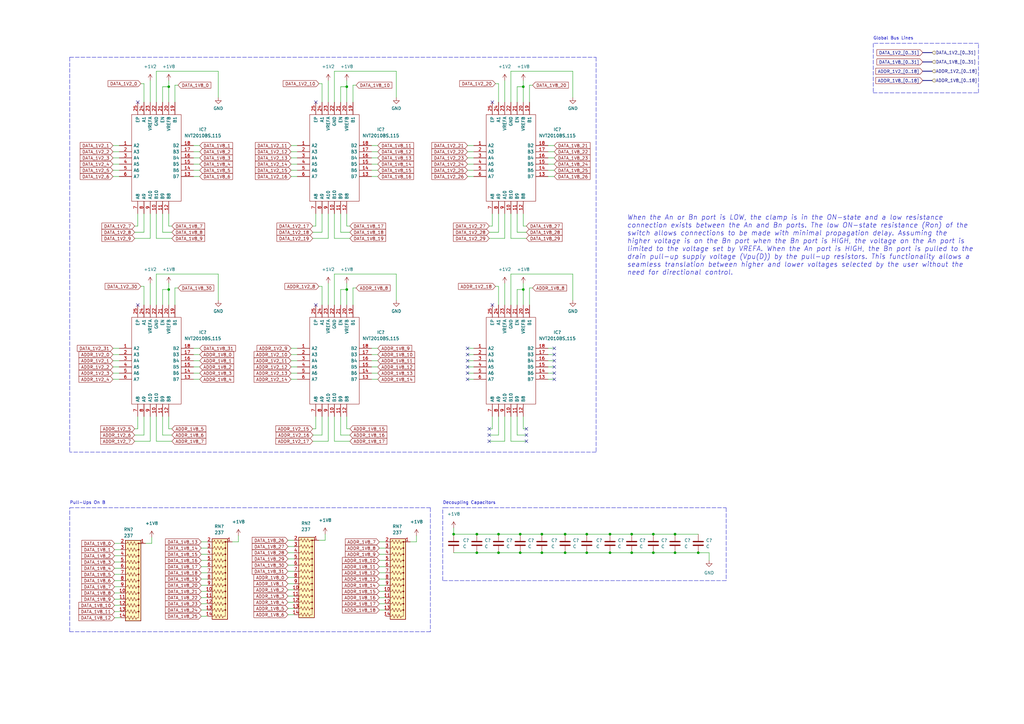
<source format=kicad_sch>
(kicad_sch (version 20211123) (generator eeschema)
  (paper "A3")
  (junction (at 276.86 226.695))
  (junction (at 222.25 219.075))
  (junction (at 195.58 226.695))
  (junction (at 214.63 35.56))
  (junction (at 186.055 219.075))
  (junction (at 240.665 219.075))
  (junction (at 250.19 219.075))
  (junction (at 259.08 226.695))
  (junction (at 231.775 219.075))
  (junction (at 213.36 226.695))
  (junction (at 231.775 226.695))
  (junction (at 250.19 226.695))
  (junction (at 142.24 35.56))
  (junction (at 267.97 226.695))
  (junction (at 214.63 118.745))
  (junction (at 286.385 226.695))
  (junction (at 204.47 226.695))
  (junction (at 142.24 118.745))
  (junction (at 259.08 219.075))
  (junction (at 267.97 219.075))
  (junction (at 69.215 35.56))
  (junction (at 69.215 118.745))
  (junction (at 222.25 226.695))
  (junction (at 276.86 219.075))
  (junction (at 240.665 226.695))
  (junction (at 213.36 219.075))
  (junction (at 195.58 219.075))
  (junction (at 204.47 219.075))
  (no_connect (at 215.9 178.435))
  (no_connect (at 56.515 125.095))
  (no_connect (at 227.33 153.035))
  (no_connect (at 129.54 41.91))
  (no_connect (at 201.93 41.91))
  (no_connect (at 227.33 145.415))
  (no_connect (at 215.9 180.975))
  (no_connect (at 191.77 147.955))
  (no_connect (at 191.77 145.415))
  (no_connect (at 191.77 155.575))
  (no_connect (at 191.77 150.495))
  (no_connect (at 191.77 153.035))
  (no_connect (at 191.77 142.875))
  (no_connect (at 200.66 178.435))
  (no_connect (at 200.66 175.895))
  (no_connect (at 201.93 125.095))
  (no_connect (at 129.54 125.095))
  (no_connect (at 215.8828 175.895))
  (no_connect (at 227.3099 150.495))
  (no_connect (at 56.515 41.91))
  (no_connect (at 227.33 155.575))
  (no_connect (at 227.33 147.955))
  (no_connect (at 200.66 180.975))
  (no_connect (at 227.33 142.875))
  (wire (pts (xy 119.38 145.415) (xy 121.92 145.415)))
  (wire (pts (xy 61.595 116.205) (xy 61.595 125.095)))
  (bus (pts (xy 378.46 29.21) (xy 382.27 29.21)))
  (wire (pts (xy 203.2 117.475) (xy 204.47 117.475)))
  (wire (pts (xy 139.7 118.745) (xy 142.24 118.745)))
  (wire (pts (xy 79.375 145.415) (xy 81.915 145.415)))
  (wire (pts (xy 152.4 155.575) (xy 154.94 155.575)))
  (wire (pts (xy 231.775 219.075) (xy 222.25 219.075)))
  (wire (pts (xy 224.79 153.035) (xy 227.33 153.035)))
  (wire (pts (xy 69.215 92.71) (xy 69.215 87.63)))
  (wire (pts (xy 201.93 175.895) (xy 201.93 170.815)))
  (wire (pts (xy 69.215 118.745) (xy 69.215 125.095)))
  (wire (pts (xy 79.375 147.955) (xy 81.915 147.955)))
  (polyline (pts (xy 358.14 17.78) (xy 358.14 38.1)))
  (wire (pts (xy 66.675 95.25) (xy 66.675 87.63)))
  (wire (pts (xy 79.375 59.69) (xy 81.915 59.69)))
  (wire (pts (xy 82.55 250.19) (xy 85.09 250.19)))
  (wire (pts (xy 155.575 250.19) (xy 158.115 250.19)))
  (wire (pts (xy 46.99 240.665) (xy 49.53 240.665)))
  (wire (pts (xy 46.99 235.585) (xy 49.53 235.585)))
  (wire (pts (xy 46.99 250.825) (xy 49.53 250.825)))
  (wire (pts (xy 200.66 178.435) (xy 204.47 178.435)))
  (wire (pts (xy 119.38 142.875) (xy 121.92 142.875)))
  (wire (pts (xy 155.575 245.11) (xy 158.115 245.11)))
  (wire (pts (xy 129.54 175.895) (xy 129.54 170.815)))
  (wire (pts (xy 119.38 153.035) (xy 121.92 153.035)))
  (wire (pts (xy 70.485 97.79) (xy 64.135 97.79)))
  (wire (pts (xy 70.485 95.25) (xy 66.675 95.25)))
  (polyline (pts (xy 28.575 208.28) (xy 176.53 208.28)))
  (wire (pts (xy 132.08 117.475) (xy 132.08 125.095)))
  (wire (pts (xy 215.9 178.435) (xy 212.09 178.435)))
  (wire (pts (xy 46.99 225.425) (xy 49.53 225.425)))
  (wire (pts (xy 46.99 243.205) (xy 49.53 243.205)))
  (wire (pts (xy 46.355 67.31) (xy 48.895 67.31)))
  (wire (pts (xy 144.78 118.11) (xy 146.05 118.11)))
  (wire (pts (xy 130.81 221.615) (xy 133.35 221.615)))
  (wire (pts (xy 186.055 226.695) (xy 195.58 226.695)))
  (wire (pts (xy 224.79 155.575) (xy 227.33 155.575)))
  (wire (pts (xy 71.755 41.91) (xy 71.755 34.925)))
  (wire (pts (xy 152.4 59.69) (xy 154.94 59.69)))
  (wire (pts (xy 162.56 29.21) (xy 162.56 40.005)))
  (wire (pts (xy 191.77 62.23) (xy 194.31 62.23)))
  (wire (pts (xy 82.55 240.03) (xy 85.09 240.03)))
  (wire (pts (xy 152.4 64.77) (xy 154.94 64.77)))
  (wire (pts (xy 215.9 175.895) (xy 214.63 175.895)))
  (wire (pts (xy 204.47 226.695) (xy 213.36 226.695)))
  (wire (pts (xy 212.09 125.095) (xy 212.09 118.745)))
  (polyline (pts (xy 28.575 259.08) (xy 28.575 208.28)))
  (wire (pts (xy 234.95 112.395) (xy 234.95 123.19)))
  (wire (pts (xy 132.08 95.25) (xy 132.08 87.63)))
  (wire (pts (xy 69.215 118.745) (xy 69.215 116.205)))
  (wire (pts (xy 222.25 226.695) (xy 231.775 226.695)))
  (wire (pts (xy 55.245 178.435) (xy 59.055 178.435)))
  (wire (pts (xy 128.27 92.71) (xy 129.54 92.71)))
  (wire (pts (xy 46.355 64.77) (xy 48.895 64.77)))
  (wire (pts (xy 57.785 34.29) (xy 59.055 34.29)))
  (wire (pts (xy 70.485 175.895) (xy 69.215 175.895)))
  (wire (pts (xy 70.485 178.435) (xy 66.675 178.435)))
  (wire (pts (xy 214.63 118.745) (xy 214.63 125.095)))
  (wire (pts (xy 200.66 92.71) (xy 201.93 92.71)))
  (wire (pts (xy 152.4 69.85) (xy 154.94 69.85)))
  (wire (pts (xy 142.24 118.745) (xy 142.24 116.205)))
  (wire (pts (xy 240.665 219.075) (xy 231.775 219.075)))
  (wire (pts (xy 66.675 35.56) (xy 69.215 35.56)))
  (wire (pts (xy 134.62 116.205) (xy 134.62 125.095)))
  (wire (pts (xy 209.55 29.21) (xy 234.95 29.21)))
  (wire (pts (xy 118.11 234.315) (xy 120.65 234.315)))
  (wire (pts (xy 46.355 145.415) (xy 48.895 145.415)))
  (wire (pts (xy 64.135 29.21) (xy 89.535 29.21)))
  (wire (pts (xy 56.515 175.895) (xy 56.515 170.815)))
  (wire (pts (xy 213.36 219.075) (xy 204.47 219.075)))
  (wire (pts (xy 46.355 62.23) (xy 48.895 62.23)))
  (wire (pts (xy 200.66 97.79) (xy 207.01 97.79)))
  (wire (pts (xy 250.19 226.695) (xy 259.08 226.695)))
  (wire (pts (xy 119.38 62.23) (xy 121.92 62.23)))
  (polyline (pts (xy 244.475 185.42) (xy 28.575 185.42)))
  (wire (pts (xy 212.09 41.91) (xy 212.09 35.56)))
  (wire (pts (xy 224.79 64.77) (xy 227.33 64.77)))
  (bus (pts (xy 378.46 33.02) (xy 382.27 33.02)))
  (wire (pts (xy 128.27 175.895) (xy 129.54 175.895)))
  (wire (pts (xy 55.245 92.71) (xy 56.515 92.71)))
  (wire (pts (xy 224.79 147.955) (xy 227.33 147.955)))
  (wire (pts (xy 204.47 34.29) (xy 204.47 41.91)))
  (wire (pts (xy 191.77 155.575) (xy 194.31 155.575)))
  (wire (pts (xy 79.375 62.23) (xy 81.915 62.23)))
  (wire (pts (xy 155.575 240.03) (xy 158.115 240.03)))
  (wire (pts (xy 46.99 238.125) (xy 49.53 238.125)))
  (wire (pts (xy 276.86 226.695) (xy 286.385 226.695)))
  (wire (pts (xy 286.385 219.075) (xy 276.86 219.075)))
  (wire (pts (xy 46.355 142.875) (xy 48.895 142.875)))
  (wire (pts (xy 152.4 67.31) (xy 154.94 67.31)))
  (wire (pts (xy 195.58 219.075) (xy 186.055 219.075)))
  (wire (pts (xy 118.11 231.775) (xy 120.65 231.775)))
  (wire (pts (xy 128.27 180.975) (xy 134.62 180.975)))
  (wire (pts (xy 132.08 34.29) (xy 132.08 41.91)))
  (wire (pts (xy 286.385 226.695) (xy 290.83 226.695)))
  (wire (pts (xy 191.77 64.77) (xy 194.31 64.77)))
  (wire (pts (xy 69.215 35.56) (xy 69.215 41.91)))
  (wire (pts (xy 224.79 67.31) (xy 227.33 67.31)))
  (wire (pts (xy 118.11 236.855) (xy 120.65 236.855)))
  (wire (pts (xy 212.09 118.745) (xy 214.63 118.745)))
  (wire (pts (xy 46.99 222.885) (xy 49.53 222.885)))
  (wire (pts (xy 162.56 112.395) (xy 162.56 123.19)))
  (wire (pts (xy 55.245 175.895) (xy 56.515 175.895)))
  (wire (pts (xy 250.19 219.075) (xy 240.665 219.075)))
  (wire (pts (xy 191.77 142.875) (xy 194.31 142.875)))
  (wire (pts (xy 155.575 242.57) (xy 158.115 242.57)))
  (wire (pts (xy 137.16 180.975) (xy 137.16 170.815)))
  (wire (pts (xy 59.055 95.25) (xy 59.055 87.63)))
  (polyline (pts (xy 297.815 208.28) (xy 297.815 238.125)))
  (wire (pts (xy 224.79 150.495) (xy 227.33 150.495)))
  (wire (pts (xy 64.135 41.91) (xy 64.135 29.21)))
  (wire (pts (xy 66.675 41.91) (xy 66.675 35.56)))
  (wire (pts (xy 46.99 248.285) (xy 49.53 248.285)))
  (wire (pts (xy 214.63 118.745) (xy 214.63 116.205)))
  (wire (pts (xy 259.08 219.075) (xy 250.19 219.075)))
  (wire (pts (xy 118.11 247.015) (xy 120.65 247.015)))
  (wire (pts (xy 186.055 219.075) (xy 186.055 216.535)))
  (wire (pts (xy 234.95 29.21) (xy 234.95 40.005)))
  (wire (pts (xy 214.63 35.56) (xy 214.63 33.02)))
  (wire (pts (xy 144.78 34.925) (xy 146.05 34.925)))
  (wire (pts (xy 152.4 62.23) (xy 154.94 62.23)))
  (polyline (pts (xy 401.32 38.1) (xy 401.32 17.78)))
  (wire (pts (xy 139.7 178.435) (xy 139.7 170.815)))
  (wire (pts (xy 139.7 41.91) (xy 139.7 35.56)))
  (wire (pts (xy 82.55 245.11) (xy 85.09 245.11)))
  (wire (pts (xy 195.58 226.695) (xy 204.47 226.695)))
  (wire (pts (xy 118.11 224.155) (xy 120.65 224.155)))
  (wire (pts (xy 267.97 219.075) (xy 259.08 219.075)))
  (polyline (pts (xy 28.575 23.495) (xy 244.475 23.495)))
  (wire (pts (xy 79.375 150.495) (xy 81.915 150.495)))
  (wire (pts (xy 201.93 92.71) (xy 201.93 87.63)))
  (wire (pts (xy 134.62 97.79) (xy 134.62 87.63)))
  (wire (pts (xy 61.595 180.975) (xy 61.595 170.815)))
  (wire (pts (xy 209.55 97.79) (xy 209.55 87.63)))
  (bus (pts (xy 378.46 25.4) (xy 382.27 25.4)))
  (wire (pts (xy 204.47 219.075) (xy 195.58 219.075)))
  (wire (pts (xy 203.2 34.29) (xy 204.47 34.29)))
  (wire (pts (xy 204.47 117.475) (xy 204.47 125.095)))
  (wire (pts (xy 191.77 59.69) (xy 194.31 59.69)))
  (wire (pts (xy 215.9 97.79) (xy 209.55 97.79)))
  (wire (pts (xy 71.755 118.11) (xy 73.025 118.11)))
  (wire (pts (xy 191.77 69.85) (xy 194.31 69.85)))
  (wire (pts (xy 118.11 252.095) (xy 120.65 252.095)))
  (wire (pts (xy 70.485 180.975) (xy 64.135 180.975)))
  (wire (pts (xy 217.17 41.91) (xy 217.17 34.925)))
  (wire (pts (xy 143.51 180.975) (xy 137.16 180.975)))
  (wire (pts (xy 61.595 33.02) (xy 61.595 41.91)))
  (wire (pts (xy 212.09 178.435) (xy 212.09 170.815)))
  (wire (pts (xy 118.11 221.615) (xy 120.65 221.615)))
  (wire (pts (xy 46.355 72.39) (xy 48.895 72.39)))
  (wire (pts (xy 119.38 147.955) (xy 121.92 147.955)))
  (wire (pts (xy 46.355 147.955) (xy 48.895 147.955)))
  (wire (pts (xy 207.01 180.975) (xy 207.01 170.815)))
  (wire (pts (xy 137.16 112.395) (xy 162.56 112.395)))
  (wire (pts (xy 46.99 230.505) (xy 49.53 230.505)))
  (wire (pts (xy 142.24 92.71) (xy 142.24 87.63)))
  (wire (pts (xy 64.135 97.79) (xy 64.135 87.63)))
  (polyline (pts (xy 176.53 259.08) (xy 28.575 259.08)))
  (wire (pts (xy 139.7 35.56) (xy 142.24 35.56)))
  (wire (pts (xy 224.79 72.39) (xy 227.33 72.39)))
  (wire (pts (xy 143.51 97.79) (xy 137.16 97.79)))
  (wire (pts (xy 137.16 125.095) (xy 137.16 112.395)))
  (wire (pts (xy 133.35 219.075) (xy 133.35 221.615)))
  (wire (pts (xy 46.99 245.745) (xy 49.53 245.745)))
  (wire (pts (xy 118.11 229.235) (xy 120.65 229.235)))
  (wire (pts (xy 224.79 59.69) (xy 227.33 59.69)))
  (wire (pts (xy 64.135 180.975) (xy 64.135 170.815)))
  (wire (pts (xy 170.815 219.71) (xy 170.815 222.25)))
  (wire (pts (xy 55.245 95.25) (xy 59.055 95.25)))
  (wire (pts (xy 207.01 116.205) (xy 207.01 125.095)))
  (wire (pts (xy 134.62 180.975) (xy 134.62 170.815)))
  (wire (pts (xy 137.16 97.79) (xy 137.16 87.63)))
  (wire (pts (xy 152.4 153.035) (xy 154.94 153.035)))
  (wire (pts (xy 61.595 97.79) (xy 61.595 87.63)))
  (wire (pts (xy 46.355 69.85) (xy 48.895 69.85)))
  (wire (pts (xy 59.055 117.475) (xy 59.055 125.095)))
  (wire (pts (xy 69.215 175.895) (xy 69.215 170.815)))
  (wire (pts (xy 217.17 118.11) (xy 218.44 118.11)))
  (wire (pts (xy 142.24 175.895) (xy 142.24 170.815)))
  (wire (pts (xy 207.01 33.02) (xy 207.01 41.91)))
  (polyline (pts (xy 244.475 23.495) (xy 244.475 185.42)))
  (wire (pts (xy 64.135 125.095) (xy 64.135 112.395)))
  (wire (pts (xy 128.27 97.79) (xy 134.62 97.79)))
  (wire (pts (xy 119.38 155.575) (xy 121.92 155.575)))
  (wire (pts (xy 214.63 35.56) (xy 214.63 41.91)))
  (wire (pts (xy 155.575 227.33) (xy 158.115 227.33)))
  (wire (pts (xy 82.55 222.25) (xy 85.09 222.25)))
  (wire (pts (xy 89.535 29.21) (xy 89.535 40.005)))
  (wire (pts (xy 142.24 35.56) (xy 142.24 33.02)))
  (wire (pts (xy 82.55 224.79) (xy 85.09 224.79)))
  (wire (pts (xy 137.16 29.21) (xy 162.56 29.21)))
  (wire (pts (xy 215.9 92.71) (xy 214.63 92.71)))
  (wire (pts (xy 200.66 180.975) (xy 207.01 180.975)))
  (wire (pts (xy 209.55 125.095) (xy 209.55 112.395)))
  (wire (pts (xy 143.51 175.895) (xy 142.24 175.895)))
  (wire (pts (xy 276.86 219.075) (xy 267.97 219.075)))
  (wire (pts (xy 143.51 95.25) (xy 139.7 95.25)))
  (wire (pts (xy 155.575 229.87) (xy 158.115 229.87)))
  (wire (pts (xy 168.275 222.25) (xy 170.815 222.25)))
  (polyline (pts (xy 176.53 208.28) (xy 176.53 259.08)))
  (wire (pts (xy 62.23 220.345) (xy 62.23 222.885)))
  (wire (pts (xy 155.575 237.49) (xy 158.115 237.49)))
  (wire (pts (xy 191.77 67.31) (xy 194.31 67.31)))
  (wire (pts (xy 217.17 34.925) (xy 218.44 34.925)))
  (wire (pts (xy 217.17 125.095) (xy 217.17 118.11)))
  (wire (pts (xy 119.38 64.77) (xy 121.92 64.77)))
  (wire (pts (xy 66.675 125.095) (xy 66.675 118.745)))
  (wire (pts (xy 118.11 244.475) (xy 120.65 244.475)))
  (wire (pts (xy 224.79 69.85) (xy 227.33 69.85)))
  (wire (pts (xy 46.355 150.495) (xy 48.895 150.495)))
  (wire (pts (xy 155.575 224.79) (xy 158.115 224.79)))
  (wire (pts (xy 134.62 33.02) (xy 134.62 41.91)))
  (wire (pts (xy 46.355 153.035) (xy 48.895 153.035)))
  (wire (pts (xy 132.08 178.435) (xy 132.08 170.815)))
  (wire (pts (xy 128.27 95.25) (xy 132.08 95.25)))
  (wire (pts (xy 200.66 95.25) (xy 204.47 95.25)))
  (wire (pts (xy 222.25 219.075) (xy 213.36 219.075)))
  (wire (pts (xy 130.81 117.475) (xy 132.08 117.475)))
  (wire (pts (xy 142.24 118.745) (xy 142.24 125.095)))
  (polyline (pts (xy 181.61 238.125) (xy 181.61 208.28)))
  (wire (pts (xy 144.78 41.91) (xy 144.78 34.925)))
  (wire (pts (xy 118.11 241.935) (xy 120.65 241.935)))
  (wire (pts (xy 79.375 142.875) (xy 81.915 142.875)))
  (wire (pts (xy 70.485 92.71) (xy 69.215 92.71)))
  (wire (pts (xy 59.69 222.885) (xy 62.23 222.885)))
  (wire (pts (xy 290.83 226.695) (xy 290.83 229.87)))
  (wire (pts (xy 55.245 97.79) (xy 61.595 97.79)))
  (wire (pts (xy 215.9 95.25) (xy 212.09 95.25)))
  (wire (pts (xy 97.79 219.71) (xy 97.79 222.25)))
  (wire (pts (xy 71.755 34.925) (xy 73.025 34.925)))
  (wire (pts (xy 267.97 226.695) (xy 276.86 226.695)))
  (wire (pts (xy 191.77 150.495) (xy 194.31 150.495)))
  (wire (pts (xy 144.78 125.095) (xy 144.78 118.11)))
  (wire (pts (xy 191.77 145.415) (xy 194.31 145.415)))
  (wire (pts (xy 79.375 69.85) (xy 81.915 69.85)))
  (wire (pts (xy 214.63 175.895) (xy 214.63 170.815)))
  (wire (pts (xy 152.4 142.875) (xy 154.94 142.875)))
  (wire (pts (xy 152.4 145.415) (xy 154.94 145.415)))
  (wire (pts (xy 66.675 178.435) (xy 66.675 170.815)))
  (wire (pts (xy 69.215 35.56) (xy 69.215 33.02)))
  (wire (pts (xy 46.99 233.045) (xy 49.53 233.045)))
  (wire (pts (xy 79.375 72.39) (xy 81.915 72.39)))
  (wire (pts (xy 71.755 125.095) (xy 71.755 118.11)))
  (wire (pts (xy 209.55 41.91) (xy 209.55 29.21)))
  (wire (pts (xy 152.4 72.39) (xy 154.94 72.39)))
  (wire (pts (xy 215.9 180.975) (xy 209.55 180.975)))
  (wire (pts (xy 46.355 59.69) (xy 48.895 59.69)))
  (wire (pts (xy 143.51 92.71) (xy 142.24 92.71)))
  (wire (pts (xy 89.535 112.395) (xy 89.535 123.19)))
  (wire (pts (xy 207.01 97.79) (xy 207.01 87.63)))
  (wire (pts (xy 118.11 226.695) (xy 120.65 226.695)))
  (wire (pts (xy 56.515 92.71) (xy 56.515 87.63)))
  (wire (pts (xy 155.575 234.95) (xy 158.115 234.95)))
  (wire (pts (xy 152.4 147.955) (xy 154.94 147.955)))
  (wire (pts (xy 128.27 178.435) (xy 132.08 178.435)))
  (bus (pts (xy 378.46 21.59) (xy 382.27 21.59)))
  (wire (pts (xy 119.38 150.495) (xy 121.92 150.495)))
  (wire (pts (xy 143.51 178.435) (xy 139.7 178.435)))
  (polyline (pts (xy 401.32 17.78) (xy 358.14 17.78)))
  (wire (pts (xy 224.79 62.23) (xy 227.33 62.23)))
  (wire (pts (xy 79.375 153.035) (xy 81.915 153.035)))
  (wire (pts (xy 59.055 178.435) (xy 59.055 170.815)))
  (wire (pts (xy 119.38 69.85) (xy 121.92 69.85)))
  (wire (pts (xy 46.99 227.965) (xy 49.53 227.965)))
  (wire (pts (xy 55.245 180.975) (xy 61.595 180.975)))
  (wire (pts (xy 139.7 125.095) (xy 139.7 118.745)))
  (wire (pts (xy 204.47 95.25) (xy 204.47 87.63)))
  (wire (pts (xy 119.38 67.31) (xy 121.92 67.31)))
  (polyline (pts (xy 358.14 38.1) (xy 401.32 38.1)))
  (wire (pts (xy 82.55 227.33) (xy 85.09 227.33)))
  (wire (pts (xy 139.7 95.25) (xy 139.7 87.63)))
  (wire (pts (xy 82.55 232.41) (xy 85.09 232.41)))
  (wire (pts (xy 82.55 234.95) (xy 85.09 234.95)))
  (wire (pts (xy 152.4 150.495) (xy 154.94 150.495)))
  (wire (pts (xy 118.11 249.555) (xy 120.65 249.555)))
  (wire (pts (xy 224.79 142.875) (xy 227.33 142.875)))
  (wire (pts (xy 200.66 175.895) (xy 201.93 175.895)))
  (wire (pts (xy 82.55 242.57) (xy 85.09 242.57)))
  (wire (pts (xy 129.54 92.71) (xy 129.54 87.63)))
  (wire (pts (xy 130.81 34.29) (xy 132.08 34.29)))
  (wire (pts (xy 155.575 222.25) (xy 158.115 222.25)))
  (wire (pts (xy 64.135 112.395) (xy 89.535 112.395)))
  (wire (pts (xy 213.36 226.695) (xy 222.25 226.695)))
  (wire (pts (xy 214.63 92.71) (xy 214.63 87.63)))
  (wire (pts (xy 57.785 117.475) (xy 59.055 117.475)))
  (wire (pts (xy 209.55 112.395) (xy 234.95 112.395)))
  (wire (pts (xy 209.55 180.975) (xy 209.55 170.815)))
  (wire (pts (xy 79.375 155.575) (xy 81.915 155.575)))
  (wire (pts (xy 142.24 35.56) (xy 142.24 41.91)))
  (wire (pts (xy 82.55 247.65) (xy 85.09 247.65)))
  (wire (pts (xy 66.675 118.745) (xy 69.215 118.745)))
  (polyline (pts (xy 28.575 23.495) (xy 28.575 185.42)))
  (wire (pts (xy 95.25 222.25) (xy 97.79 222.25)))
  (polyline (pts (xy 297.815 238.125) (xy 181.61 238.125)))
  (wire (pts (xy 155.575 232.41) (xy 158.115 232.41)))
  (wire (pts (xy 224.79 145.415) (xy 227.33 145.415)))
  (wire (pts (xy 240.665 226.695) (xy 250.19 226.695)))
  (wire (pts (xy 259.08 226.695) (xy 267.97 226.695)))
  (wire (pts (xy 82.55 229.87) (xy 85.09 229.87)))
  (wire (pts (xy 212.09 95.25) (xy 212.09 87.63)))
  (polyline (pts (xy 181.61 208.28) (xy 182.245 208.28)))
  (wire (pts (xy 191.77 147.955) (xy 194.31 147.955)))
  (wire (pts (xy 46.355 155.575) (xy 48.895 155.575)))
  (wire (pts (xy 82.55 237.49) (xy 85.09 237.49)))
  (wire (pts (xy 231.775 226.695) (xy 240.665 226.695)))
  (wire (pts (xy 79.375 64.77) (xy 81.915 64.77)))
  (polyline (pts (xy 182.245 208.28) (xy 297.815 208.28)))
  (wire (pts (xy 119.38 72.39) (xy 121.92 72.39)))
  (wire (pts (xy 191.77 72.39) (xy 194.31 72.39)))
  (wire (pts (xy 212.09 35.56) (xy 214.63 35.56)))
  (wire (pts (xy 155.575 247.65) (xy 158.115 247.65)))
  (wire (pts (xy 46.99 253.365) (xy 49.53 253.365)))
  (wire (pts (xy 204.47 178.435) (xy 204.47 170.815)))
  (wire (pts (xy 59.055 34.29) (xy 59.055 41.91)))
  (wire (pts (xy 137.16 41.91) (xy 137.16 29.21)))
  (wire (pts (xy 82.55 252.73) (xy 85.09 252.73)))
  (wire (pts (xy 79.375 67.31) (xy 81.915 67.31)))
  (wire (pts (xy 191.77 153.035) (xy 194.31 153.035)))
  (wire (pts (xy 118.11 239.395) (xy 120.65 239.395)))
  (wire (pts (xy 119.38 59.69) (xy 121.92 59.69)))
  (text "When the An or Bn port is LOW, the clamp is in the ON-state and a low resistance\nconnection exists between the An and Bn ports. The low ON-state resistance (Ron) of the\nswitch allows connections to be made with minimal propagation delay. Assuming the\nhigher voltage is on the Bn port when the Bn port is HIGH, the voltage on the An port is\nlimited to the voltage set by VREFA. When the An port is HIGH, the Bn port is pulled to the\ndrain pull-up supply voltage (Vpu(D)) by the pull-up resistors. This functionality allows a\nseamless translation between higher and lower voltages selected by the user without the\nneed for directional control." (at 257.175 113.03 0) (effects (font (size 2 2) italic) (justify left bottom)))
  (text "Global Bus Lines" (at 358.14 16.51 0) (effects (font (size 1.27 1.27)) (justify left bottom)))
  (text "Decoupling Capacitors" (at 181.61 207.01 0) (effects (font (size 1.27 1.27)) (justify left bottom)))
  (text "Pull-Ups On B" (at 28.575 207.01 0) (effects (font (size 1.27 1.27)) (justify left bottom)))
  (global_label "DATA_1V2_27" (shape input) (at 200.66 92.71 180) (property "Intersheet References" "${INTERSHEET_REFS}" (effects hide)))
  (global_label "ADDR_1V8_3" (shape input) (at 81.915 153.035 0) (property "Intersheet References" "${INTERSHEET_REFS}" (effects hide)))
  (global_label "DATA_1V8_24" (shape input) (at 82.55 250.19 180) (property "Intersheet References" "${INTERSHEET_REFS}" (effects hide)))
  (global_label "DATA_1V8_22" (shape input) (at 227.33 62.23 0) (property "Intersheet References" "${INTERSHEET_REFS}" (effects hide)))
  (global_label "DATA_1V8_16" (shape input) (at 82.55 229.87 180) (property "Intersheet References" "${INTERSHEET_REFS}" (effects hide)))
  (global_label "DATA_1V8_19" (shape input) (at 143.51 97.79 0) (property "Intersheet References" "${INTERSHEET_REFS}" (effects hide)))
  (global_label "DATA_1V8_0" (shape input) (at 46.99 222.885 180) (property "Intersheet References" "${INTERSHEET_REFS}" (effects hide)))
  (global_label "DATA_1V8_10" (shape input) (at 46.99 248.285 180) (property "Intersheet References" "${INTERSHEET_REFS}" (effects hide)))
  (global_label "DATA_1V2_23" (shape input) (at 191.77 64.77 180) (property "Intersheet References" "${INTERSHEET_REFS}" (effects hide)))
  (global_label "DATA_1V8_11" (shape input) (at 154.94 59.69 0) (property "Intersheet References" "${INTERSHEET_REFS}" (effects hide)))
  (global_label "DATA_1V8_27" (shape input) (at 215.9 92.71 0) (property "Intersheet References" "${INTERSHEET_REFS}" (effects hide)))
  (global_label "ADDR_1V8_13" (shape input) (at 155.575 237.49 180) (property "Intersheet References" "${INTERSHEET_REFS}" (effects hide)))
  (global_label "ADDR_1V8_4" (shape input) (at 81.915 155.575 0) (property "Intersheet References" "${INTERSHEET_REFS}" (effects hide)))
  (global_label "DATA_1V8_0" (shape input) (at 73.025 34.925 0) (property "Intersheet References" "${INTERSHEET_REFS}" (effects hide)))
  (global_label "DATA_1V8_4" (shape input) (at 81.915 67.31 0) (property "Intersheet References" "${INTERSHEET_REFS}" (effects hide)))
  (global_label "DATA_1V8_14" (shape input) (at 82.55 224.79 180) (property "Intersheet References" "${INTERSHEET_REFS}" (effects hide)))
  (global_label "DATA_1V2_7" (shape input) (at 55.245 92.71 180) (property "Intersheet References" "${INTERSHEET_REFS}" (effects hide)))
  (global_label "DATA_1V8_10" (shape input) (at 146.05 34.925 0) (property "Intersheet References" "${INTERSHEET_REFS}" (effects hide)))
  (global_label "DATA_1V2_9" (shape input) (at 55.245 97.79 180) (property "Intersheet References" "${INTERSHEET_REFS}" (effects hide)))
  (global_label "DATA_1V8_25" (shape input) (at 82.55 252.73 180) (property "Intersheet References" "${INTERSHEET_REFS}" (effects hide)))
  (global_label "DATA_1V2_24" (shape input) (at 191.77 67.31 180) (property "Intersheet References" "${INTERSHEET_REFS}" (effects hide)))
  (global_label "DATA_1V8_18" (shape input) (at 143.51 95.25 0) (property "Intersheet References" "${INTERSHEET_REFS}" (effects hide)))
  (global_label "ADDR_1V8_6" (shape input) (at 118.11 252.095 180) (property "Intersheet References" "${INTERSHEET_REFS}" (effects hide)))
  (global_label "ADDR_1V8_2" (shape input) (at 118.11 241.935 180) (property "Intersheet References" "${INTERSHEET_REFS}" (effects hide)))
  (global_label "DATA_1V2_6" (shape input) (at 46.355 72.39 180) (property "Intersheet References" "${INTERSHEET_REFS}" (effects hide)))
  (global_label "DATA_1V8_20" (shape input) (at 82.55 240.03 180) (property "Intersheet References" "${INTERSHEET_REFS}" (effects hide)))
  (global_label "DATA_1V8_5" (shape input) (at 46.99 235.585 180) (property "Intersheet References" "${INTERSHEET_REFS}" (effects hide)))
  (global_label "ADDR_1V8_0" (shape input) (at 118.11 236.855 180) (property "Intersheet References" "${INTERSHEET_REFS}" (effects hide)))
  (global_label "DATA_1V2_21" (shape input) (at 191.77 59.69 180) (property "Intersheet References" "${INTERSHEET_REFS}" (effects hide)))
  (global_label "ADDR_1V8_11" (shape input) (at 155.575 232.41 180) (property "Intersheet References" "${INTERSHEET_REFS}" (effects hide)))
  (global_label "ADDR_1V8_5" (shape input) (at 70.485 175.895 0) (property "Intersheet References" "${INTERSHEET_REFS}" (effects hide)))
  (global_label "ADDR_1V8_7" (shape input) (at 70.485 180.975 0) (property "Intersheet References" "${INTERSHEET_REFS}" (effects hide)))
  (global_label "DATA_1V8_2" (shape input) (at 46.99 227.965 180) (property "Intersheet References" "${INTERSHEET_REFS}" (effects hide)))
  (global_label "DATA_1V8_21" (shape input) (at 227.33 59.69 0) (property "Intersheet References" "${INTERSHEET_REFS}" (effects hide)))
  (global_label "DATA_1V8_15" (shape input) (at 154.94 69.85 0) (property "Intersheet References" "${INTERSHEET_REFS}" (effects hide)))
  (global_label "ADDR_1V2_17" (shape input) (at 128.27 180.975 180) (property "Intersheet References" "${INTERSHEET_REFS}" (effects hide)))
  (global_label "DATA_1V8_30" (shape input) (at 118.11 231.775 180) (property "Intersheet References" "${INTERSHEET_REFS}" (effects hide)))
  (global_label "DATA_1V2_11" (shape input) (at 119.38 59.69 180) (property "Intersheet References" "${INTERSHEET_REFS}" (effects hide)))
  (global_label "DATA_1V8_29" (shape input) (at 118.11 229.235 180) (property "Intersheet References" "${INTERSHEET_REFS}" (effects hide)))
  (global_label "DATA_1V8_17" (shape input) (at 143.51 92.71 0) (property "Intersheet References" "${INTERSHEET_REFS}" (effects hide)))
  (global_label "ADDR_1V8_1" (shape input) (at 118.11 239.395 180) (property "Intersheet References" "${INTERSHEET_REFS}" (effects hide)))
  (global_label "ADDR_1V2_8" (shape input) (at 130.81 117.475 180) (property "Intersheet References" "${INTERSHEET_REFS}" (effects hide)))
  (global_label "DATA_1V2_1" (shape input) (at 46.355 59.69 180) (property "Intersheet References" "${INTERSHEET_REFS}" (effects hide)))
  (global_label "DATA_1V8_8" (shape input) (at 70.485 95.25 0) (property "Intersheet References" "${INTERSHEET_REFS}" (effects hide)))
  (global_label "ADDR_1V2_[0..18]" (shape input) (at 378.46 29.21 180) (property "Intersheet References" "${INTERSHEET_REFS}" (effects hide)))
  (global_label "DATA_1V8_30" (shape input) (at 73.025 118.11 0) (property "Intersheet References" "${INTERSHEET_REFS}" (effects hide)))
  (global_label "DATA_1V8_21" (shape input) (at 82.55 242.57 180) (property "Intersheet References" "${INTERSHEET_REFS}" (effects hide)))
  (global_label "DATA_1V8_4" (shape input) (at 46.99 233.045 180) (property "Intersheet References" "${INTERSHEET_REFS}" (effects hide)))
  (global_label "DATA_1V8_25" (shape input) (at 227.33 69.85 0) (property "Intersheet References" "${INTERSHEET_REFS}" (effects hide)))
  (global_label "ADDR_1V8_8" (shape input) (at 155.575 224.79 180) (property "Intersheet References" "${INTERSHEET_REFS}" (effects hide)))
  (global_label "DATA_1V2_8" (shape input) (at 55.245 95.25 180) (property "Intersheet References" "${INTERSHEET_REFS}" (effects hide)))
  (global_label "ADDR_1V2_13" (shape input) (at 119.38 153.035 180) (property "Intersheet References" "${INTERSHEET_REFS}" (effects hide)))
  (global_label "DATA_1V8_3" (shape input) (at 46.99 230.505 180) (property "Intersheet References" "${INTERSHEET_REFS}" (effects hide)))
  (global_label "DATA_1V2_26" (shape input) (at 191.77 72.39 180) (property "Intersheet References" "${INTERSHEET_REFS}" (effects hide)))
  (global_label "DATA_1V2_4" (shape input) (at 46.355 67.31 180) (property "Intersheet References" "${INTERSHEET_REFS}" (effects hide)))
  (global_label "DATA_1V8_28" (shape input) (at 215.9 95.25 0) (property "Intersheet References" "${INTERSHEET_REFS}" (effects hide)))
  (global_label "DATA_1V8_31" (shape input) (at 81.915 142.875 0) (property "Intersheet References" "${INTERSHEET_REFS}" (effects hide)))
  (global_label "ADDR_1V2_6" (shape input) (at 55.245 178.435 180) (property "Intersheet References" "${INTERSHEET_REFS}" (effects hide)))
  (global_label "DATA_1V2_25" (shape input) (at 191.77 69.85 180) (property "Intersheet References" "${INTERSHEET_REFS}" (effects hide)))
  (global_label "DATA_1V2_14" (shape input) (at 119.38 67.31 180) (property "Intersheet References" "${INTERSHEET_REFS}" (effects hide)))
  (global_label "ADDR_1V8_10" (shape input) (at 154.94 145.415 0) (property "Intersheet References" "${INTERSHEET_REFS}" (effects hide)))
  (global_label "DATA_1V2_2" (shape input) (at 46.355 62.23 180) (property "Intersheet References" "${INTERSHEET_REFS}" (effects hide)))
  (global_label "ADDR_1V8_4" (shape input) (at 118.11 247.015 180) (property "Intersheet References" "${INTERSHEET_REFS}" (effects hide)))
  (global_label "DATA_1V2_3" (shape input) (at 46.355 64.77 180) (property "Intersheet References" "${INTERSHEET_REFS}" (effects hide)))
  (global_label "ADDR_1V2_4" (shape input) (at 46.355 155.575 180) (property "Intersheet References" "${INTERSHEET_REFS}" (effects hide)))
  (global_label "DATA_1V8_5" (shape input) (at 81.915 69.85 0) (property "Intersheet References" "${INTERSHEET_REFS}" (effects hide)))
  (global_label "DATA_1V8_[0..31]" (shape input) (at 378.46 25.4 180) (property "Intersheet References" "${INTERSHEET_REFS}" (effects hide)))
  (global_label "DATA_1V2_17" (shape input) (at 128.27 92.71 180) (property "Intersheet References" "${INTERSHEET_REFS}" (effects hide)))
  (global_label "DATA_1V2_12" (shape input) (at 119.38 62.23 180) (property "Intersheet References" "${INTERSHEET_REFS}" (effects hide)))
  (global_label "DATA_1V2_13" (shape input) (at 119.38 64.77 180) (property "Intersheet References" "${INTERSHEET_REFS}" (effects hide)))
  (global_label "ADDR_1V8_13" (shape input) (at 154.94 153.035 0) (property "Intersheet References" "${INTERSHEET_REFS}" (effects hide)))
  (global_label "ADDR_1V2_10" (shape input) (at 119.38 145.415 180) (property "Intersheet References" "${INTERSHEET_REFS}" (effects hide)))
  (global_label "DATA_1V8_13" (shape input) (at 82.55 222.25 180) (property "Intersheet References" "${INTERSHEET_REFS}" (effects hide)))
  (global_label "ADDR_1V8_10" (shape input) (at 155.575 229.87 180) (property "Intersheet References" "${INTERSHEET_REFS}" (effects hide)))
  (global_label "ADDR_1V8_12" (shape input) (at 154.94 150.495 0) (property "Intersheet References" "${INTERSHEET_REFS}" (effects hide)))
  (global_label "ADDR_1V2_15" (shape input) (at 128.27 175.895 180) (property "Intersheet References" "${INTERSHEET_REFS}" (effects hide)))
  (global_label "DATA_1V8_8" (shape input) (at 46.99 243.205 180) (property "Intersheet References" "${INTERSHEET_REFS}" (effects hide)))
  (global_label "DATA_1V8_3" (shape input) (at 81.915 64.77 0) (property "Intersheet References" "${INTERSHEET_REFS}" (effects hide)))
  (global_label "DATA_1V8_22" (shape input) (at 82.55 245.11 180) (property "Intersheet References" "${INTERSHEET_REFS}" (effects hide)))
  (global_label "ADDR_1V8_18" (shape input) (at 155.575 250.19 180) (property "Intersheet References" "${INTERSHEET_REFS}" (effects hide)))
  (global_label "ADDR_1V2_7" (shape input) (at 55.245 180.975 180) (property "Intersheet References" "${INTERSHEET_REFS}" (effects hide)))
  (global_label "DATA_1V8_15" (shape input) (at 82.55 227.33 180) (property "Intersheet References" "${INTERSHEET_REFS}" (effects hide)))
  (global_label "DATA_1V2_10" (shape input) (at 130.81 34.29 180) (property "Intersheet References" "${INTERSHEET_REFS}" (effects hide)))
  (global_label "DATA_1V8_6" (shape input) (at 46.99 238.125 180) (property "Intersheet References" "${INTERSHEET_REFS}" (effects hide)))
  (global_label "ADDR_1V2_14" (shape input) (at 119.38 155.575 180) (property "Intersheet References" "${INTERSHEET_REFS}" (effects hide)))
  (global_label "DATA_1V8_6" (shape input) (at 81.915 72.39 0) (property "Intersheet References" "${INTERSHEET_REFS}" (effects hide)))
  (global_label "ADDR_1V8_3" (shape input) (at 118.11 244.475 180) (property "Intersheet References" "${INTERSHEET_REFS}" (effects hide)))
  (global_label "DATA_1V2_[0..31]" (shape input) (at 378.46 21.59 180) (property "Intersheet References" "${INTERSHEET_REFS}" (effects hide)))
  (global_label "DATA_1V2_29" (shape input) (at 200.66 97.79 180) (property "Intersheet References" "${INTERSHEET_REFS}" (effects hide)))
  (global_label "ADDR_1V8_14" (shape input) (at 154.94 155.575 0) (property "Intersheet References" "${INTERSHEET_REFS}" (effects hide)))
  (global_label "ADDR_1V2_1" (shape input) (at 46.355 147.955 180) (property "Intersheet References" "${INTERSHEET_REFS}" (effects hide)))
  (global_label "DATA_1V8_23" (shape input) (at 82.55 247.65 180) (property "Intersheet References" "${INTERSHEET_REFS}" (effects hide)))
  (global_label "ADDR_1V8_16" (shape input) (at 143.51 178.435 0) (property "Intersheet References" "${INTERSHEET_REFS}" (effects hide)))
  (global_label "DATA_1V8_17" (shape input) (at 82.55 232.41 180) (property "Intersheet References" "${INTERSHEET_REFS}" (effects hide)))
  (global_label "ADDR_1V8_[0..18]" (shape input) (at 378.46 33.02 180) (property "Intersheet References" "${INTERSHEET_REFS}" (effects hide)))
  (global_label "DATA_1V8_31" (shape input) (at 118.11 234.315 180) (property "Intersheet References" "${INTERSHEET_REFS}" (effects hide)))
  (global_label "DATA_1V8_9" (shape input) (at 46.99 245.745 180) (property "Intersheet References" "${INTERSHEET_REFS}" (effects hide)))
  (global_label "ADDR_1V8_17" (shape input) (at 155.575 247.65 180) (property "Intersheet References" "${INTERSHEET_REFS}" (effects hide)))
  (global_label "ADDR_1V8_11" (shape input) (at 154.94 147.955 0) (property "Intersheet References" "${INTERSHEET_REFS}" (effects hide)))
  (global_label "DATA_1V2_16" (shape input) (at 119.38 72.39 180) (property "Intersheet References" "${INTERSHEET_REFS}" (effects hide)))
  (global_label "DATA_1V8_26" (shape input) (at 227.33 72.39 0) (property "Intersheet References" "${INTERSHEET_REFS}" (effects hide)))
  (global_label "ADDR_1V8_15" (shape input) (at 143.51 175.895 0) (property "Intersheet References" "${INTERSHEET_REFS}" (effects hide)))
  (global_label "DATA_1V2_22" (shape input) (at 191.77 62.23 180) (property "Intersheet References" "${INTERSHEET_REFS}" (effects hide)))
  (global_label "DATA_1V8_9" (shape input) (at 70.485 97.79 0) (property "Intersheet References" "${INTERSHEET_REFS}" (effects hide)))
  (global_label "DATA_1V8_16" (shape input) (at 154.94 72.39 0) (property "Intersheet References" "${INTERSHEET_REFS}" (effects hide)))
  (global_label "DATA_1V8_14" (shape input) (at 154.94 67.31 0) (property "Intersheet References" "${INTERSHEET_REFS}" (effects hide)))
  (global_label "ADDR_1V8_9" (shape input) (at 154.94 142.875 0) (property "Intersheet References" "${INTERSHEET_REFS}" (effects hide)))
  (global_label "ADDR_1V2_16" (shape input) (at 128.4037 178.435 180) (property "Intersheet References" "${INTERSHEET_REFS}" (effects hide)))
  (global_label "DATA_1V8_23" (shape input) (at 227.33 64.77 0) (property "Intersheet References" "${INTERSHEET_REFS}" (effects hide)))
  (global_label "DATA_1V8_26" (shape input) (at 118.11 221.615 180) (property "Intersheet References" "${INTERSHEET_REFS}" (effects hide)))
  (global_label "DATA_1V2_31" (shape input) (at 46.355 142.875 180) (property "Intersheet References" "${INTERSHEET_REFS}" (effects hide)))
  (global_label "DATA_1V2_0" (shape input) (at 57.785 34.29 180) (property "Intersheet References" "${INTERSHEET_REFS}" (effects hide)))
  (global_label "ADDR_1V8_7" (shape input) (at 155.575 222.25 180) (property "Intersheet References" "${INTERSHEET_REFS}" (effects hide)))
  (global_label "ADDR_1V2_5" (shape input) (at 55.245 175.895 180) (property "Intersheet References" "${INTERSHEET_REFS}" (effects hide)))
  (global_label "DATA_1V8_20" (shape input) (at 218.44 34.925 0) (property "Intersheet References" "${INTERSHEET_REFS}" (effects hide)))
  (global_label "ADDR_1V2_0" (shape input) (at 46.355 145.415 180) (property "Intersheet References" "${INTERSHEET_REFS}" (effects hide)))
  (global_label "ADDR_1V8_12" (shape input) (at 155.575 234.95 180) (property "Intersheet References" "${INTERSHEET_REFS}" (effects hide)))
  (global_label "ADDR_1V8_14" (shape input) (at 155.575 240.03 180) (property "Intersheet References" "${INTERSHEET_REFS}" (effects hide)))
  (global_label "DATA_1V8_7" (shape input) (at 70.485 92.71 0) (property "Intersheet References" "${INTERSHEET_REFS}" (effects hide)))
  (global_label "ADDR_1V8_6" (shape input) (at 70.485 178.435 0) (property "Intersheet References" "${INTERSHEET_REFS}" (effects hide)))
  (global_label "DATA_1V8_1" (shape input) (at 46.99 225.425 180) (property "Intersheet References" "${INTERSHEET_REFS}" (effects hide)))
  (global_label "DATA_1V8_7" (shape input) (at 46.99 240.665 180) (property "Intersheet References" "${INTERSHEET_REFS}" (effects hide)))
  (global_label "DATA_1V2_30" (shape input) (at 57.785 117.475 180) (property "Intersheet References" "${INTERSHEET_REFS}" (effects hide)))
  (global_label "ADDR_1V2_3" (shape input) (at 46.355 153.035 180) (property "Intersheet References" "${INTERSHEET_REFS}" (effects hide)))
  (global_label "DATA_1V8_19" (shape input) (at 82.55 237.49 180) (property "Intersheet References" "${INTERSHEET_REFS}" (effects hide)))
  (global_label "DATA_1V2_15" (shape input) (at 119.38 69.85 180) (property "Intersheet References" "${INTERSHEET_REFS}" (effects hide)))
  (global_label "ADDR_1V2_9" (shape input) (at 119.38 142.875 180) (property "Intersheet References" "${INTERSHEET_REFS}" (effects hide)))
  (global_label "DATA_1V8_18" (shape input) (at 82.55 234.95 180) (property "Intersheet References" "${INTERSHEET_REFS}" (effects hide)))
  (global_label "DATA_1V8_24" (shape input) (at 227.33 67.31 0) (property "Intersheet References" "${INTERSHEET_REFS}" (effects hide)))
  (global_label "DATA_1V2_19" (shape input) (at 128.27 97.79 180) (property "Intersheet References" "${INTERSHEET_REFS}" (effects hide)))
  (global_label "DATA_1V2_28" (shape input) (at 200.66 95.25 180) (property "Intersheet References" "${INTERSHEET_REFS}" (effects hide)))
  (global_label "ADDR_1V8_1" (shape input) (at 81.915 147.955 0) (property "Intersheet References" "${INTERSHEET_REFS}" (effects hide)))
  (global_label "ADDR_1V8_5" (shape input) (at 118.11 249.555 180) (property "Intersheet References" "${INTERSHEET_REFS}" (effects hide)))
  (global_label "ADDR_1V8_0" (shape input) (at 81.915 145.415 0) (property "Intersheet References" "${INTERSHEET_REFS}" (effects hide)))
  (global_label "ADDR_1V8_16" (shape input) (at 155.575 245.11 180) (property "Intersheet References" "${INTERSHEET_REFS}" (effects hide)))
  (global_label "ADDR_1V8_15" (shape input) (at 155.575 242.57 180) (property "Intersheet References" "${INTERSHEET_REFS}" (effects hide)))
  (global_label "ADDR_1V2_2" (shape input) (at 46.355 150.495 180) (property "Intersheet References" "${INTERSHEET_REFS}" (effects hide)))
  (global_label "ADDR_1V8_8" (shape input) (at 218.44 118.11 0) (property "Intersheet References" "${INTERSHEET_REFS}" (effects hide)))
  (global_label "DATA_1V8_28" (shape input) (at 118.11 226.695 180) (property "Intersheet References" "${INTERSHEET_REFS}" (effects hide)))
  (global_label "DATA_1V8_12" (shape input) (at 154.94 62.23 0) (property "Intersheet References" "${INTERSHEET_REFS}" (effects hide)))
  (global_label "DATA_1V8_11" (shape input) (at 46.99 250.825 180) (property "Intersheet References" "${INTERSHEET_REFS}" (effects hide)))
  (global_label "ADDR_1V8_8" (shape input) (at 146.05 118.11 0) (property "Intersheet References" "${INTERSHEET_REFS}" (effects hide)))
  (global_label "ADDR_1V8_2" (shape input) (at 81.915 150.495 0) (property "Intersheet References" "${INTERSHEET_REFS}" (effects hide)))
  (global_label "DATA_1V8_13" (shape input) (at 154.94 64.77 0) (property "Intersheet References" "${INTERSHEET_REFS}" (effects hide)))
  (global_label "DATA_1V8_2" (shape input) (at 81.915 62.23 0) (property "Intersheet References" "${INTERSHEET_REFS}" (effects hide)))
  (global_label "DATA_1V8_12" (shape input) (at 46.99 253.365 180) (property "Intersheet References" "${INTERSHEET_REFS}" (effects hide)))
  (global_label "ADDR_1V2_18" (shape input) (at 203.2 117.475 180) (property "Intersheet References" "${INTERSHEET_REFS}" (effects hide)))
  (global_label "DATA_1V2_18" (shape input) (at 128.27 95.25 180) (property "Intersheet References" "${INTERSHEET_REFS}" (effects hide)))
  (global_label "DATA_1V8_1" (shape input) (at 81.915 59.69 0) (property "Intersheet References" "${INTERSHEET_REFS}" (effects hide)))
  (global_label "ADDR_1V2_12" (shape input) (at 119.38 150.495 180) (property "Intersheet References" "${INTERSHEET_REFS}" (effects hide)))
  (global_label "DATA_1V8_27" (shape input) (at 118.11 224.155 180) (property "Intersheet References" "${INTERSHEET_REFS}" (effects hide)))
  (global_label "ADDR_1V8_17" (shape input) (at 143.51 180.975 0) (property "Intersheet References" "${INTERSHEET_REFS}" (effects hide)))
  (global_label "ADDR_1V2_11" (shape input) (at 119.38 147.955 180) (property "Intersheet References" "${INTERSHEET_REFS}" (effects hide)))
  (global_label "DATA_1V2_20" (shape input) (at 203.2 34.29 180) (property "Intersheet References" "${INTERSHEET_REFS}" (effects hide)))
  (global_label "DATA_1V8_29" (shape input) (at 215.9 97.79 0) (property "Intersheet References" "${INTERSHEET_REFS}" (effects hide)))
  (global_label "DATA_1V2_5" (shape input) (at 46.355 69.85 180) (property "Intersheet References" "${INTERSHEET_REFS}" (effects hide)))
  (global_label "ADDR_1V8_9" (shape input) (at 155.575 227.33 180) (property "Intersheet References" "${INTERSHEET_REFS}" (effects hide)))
  (hierarchical_label "DATA_1V2_[0..31]" (shape input) (at 382.27 21.59 0))
  (hierarchical_label "ADDR_1V8_[0..18]" (shape input) (at 382.27 33.02 0))
  (hierarchical_label "DATA_1V8_[0..31]" (shape input) (at 382.27 25.4 0))
  (hierarchical_label "ADDR_1V2_[0..18]" (shape input) (at 382.27 29.21 0))
  (symbol (lib_id "power:+1V8") (at 69.215 33.02 0) (unit 1)
    (property "Reference" "#PWR?" (effects hide))
    (property "Value" "+1V8" (at 69.215 27.305 0))
  )
  (symbol (lib_id "Device:C") (at 195.58 222.885 0) (unit 1)
    (property "Reference" "C?" (at 198.755 221.6149 0) (effects (justify left)))
    (property "Value" "C" (at 198.755 224.1549 0) (effects (justify left)))
  )
  (symbol (lib_id "Logic_LevelTranslator:NVT2010BS,115") (at 48.895 59.69 0) (unit 1)
    (property "Reference" "IC?" (at 83.185 53.1112 0))
    (property "Value" "NVT2010BS,115" (at 83.185 55.6512 0))
    (property "Footprint" "QFN50P400X400X100-25N-D" (effects hide))
    (property "Datasheet" "http://www.nxp.com/docs/en/data-sheet/NVT2008_NVT2010.pdf" (effects hide))
    (property "Description" "Translation - Voltage Levels +/-50mA 1.5ns 1-5.5V" (effects hide))
    (property "Height" "1" (effects hide))
    (property "Mouser Part Number" "771-NVT2010BS115" (effects hide))
    (property "Mouser Price/Stock" "https://www.mouser.co.uk/ProductDetail/NXP-Semiconductors/NVT2010BS115?qs=5XzWkq3%2FTOork%252BWw5zPbvw%3D%3D" (effects hide))
    (property "Manufacturer_Name" "NXP" (effects hide))
    (property "Manufacturer_Part_Number" "NVT2010BS,115" (effects hide))
  )
  (symbol (lib_id "power:+1V2") (at 134.62 116.205 0) (unit 1)
    (property "Reference" "#PWR?" (effects hide))
    (property "Value" "+1V2" (at 134.62 110.49 0))
  )
  (symbol (lib_id "Device:R_Network13_US") (at 125.73 236.855 270) (unit 1)
    (property "Reference" "RN?" (at 125.476 214.63 90))
    (property "Value" "237" (at 125.476 217.17 90))
    (property "Footprint" "Resistor_THT:R_Array_SIP14" (effects hide))
    (property "Datasheet" "http://www.vishay.com/docs/31509/csc.pdf" (effects hide))
  )
  (symbol (lib_id "Device:C") (at 267.97 222.885 0) (unit 1)
    (property "Reference" "C?" (at 271.145 221.6149 0) (effects (justify left)))
    (property "Value" "C" (at 271.145 224.1549 0) (effects (justify left)))
  )
  (symbol (lib_id "Device:C") (at 222.25 222.885 0) (unit 1)
    (property "Reference" "C?" (at 226.06 221.6149 0) (effects (justify left)))
    (property "Value" "C" (at 226.06 224.1549 0) (effects (justify left)))
  )
  (symbol (lib_id "Logic_LevelTranslator:NVT2010BS,115") (at 194.31 59.69 0) (unit 1)
    (property "Reference" "IC?" (at 228.6 53.1112 0))
    (property "Value" "NVT2010BS,115" (at 228.6 55.6512 0))
    (property "Footprint" "QFN50P400X400X100-25N-D" (effects hide))
    (property "Datasheet" "http://www.nxp.com/docs/en/data-sheet/NVT2008_NVT2010.pdf" (effects hide))
    (property "Description" "Translation - Voltage Levels +/-50mA 1.5ns 1-5.5V" (effects hide))
    (property "Height" "1" (effects hide))
    (property "Mouser Part Number" "771-NVT2010BS115" (effects hide))
    (property "Mouser Price/Stock" "https://www.mouser.co.uk/ProductDetail/NXP-Semiconductors/NVT2010BS115?qs=5XzWkq3%2FTOork%252BWw5zPbvw%3D%3D" (effects hide))
    (property "Manufacturer_Name" "NXP" (effects hide))
    (property "Manufacturer_Part_Number" "NVT2010BS,115" (effects hide))
  )
  (symbol (lib_id "Device:C") (at 240.665 222.885 0) (unit 1)
    (property "Reference" "C?" (at 244.475 221.6149 0) (effects (justify left)))
    (property "Value" "C" (at 244.475 224.1549 0) (effects (justify left)))
  )
  (symbol (lib_id "Device:C") (at 286.385 222.885 0) (unit 1)
    (property "Reference" "C?" (at 289.56 221.6149 0) (effects (justify left)))
    (property "Value" "C" (at 289.56 224.1549 0) (effects (justify left)))
  )
  (symbol (lib_id "Device:R_Network13_US") (at 163.195 237.49 270) (unit 1)
    (property "Reference" "RN?" (at 162.941 215.9 90))
    (property "Value" "237" (at 162.941 218.44 90))
    (property "Footprint" "Resistor_THT:R_Array_SIP14" (effects hide))
    (property "Datasheet" "http://www.vishay.com/docs/31509/csc.pdf" (effects hide))
  )
  (symbol (lib_id "power:+1V2") (at 207.01 116.205 0) (unit 1)
    (property "Reference" "#PWR?" (effects hide))
    (property "Value" "+1V2" (at 207.01 110.49 0))
  )
  (symbol (lib_id "power:+1V8") (at 170.815 219.71 0) (unit 1)
    (property "Reference" "#PWR?" (effects hide))
    (property "Value" "+1V8" (at 170.815 213.995 0))
  )
  (symbol (lib_id "Logic_LevelTranslator:NVT2010BS,115") (at 121.92 142.875 0) (unit 1)
    (property "Reference" "IC?" (at 156.21 136.2962 0))
    (property "Value" "NVT2010BS,115" (at 156.21 138.8362 0))
    (property "Footprint" "QFN50P400X400X100-25N-D" (effects hide))
    (property "Datasheet" "http://www.nxp.com/docs/en/data-sheet/NVT2008_NVT2010.pdf" (effects hide))
    (property "Description" "Translation - Voltage Levels +/-50mA 1.5ns 1-5.5V" (effects hide))
    (property "Height" "1" (effects hide))
    (property "Mouser Part Number" "771-NVT2010BS115" (effects hide))
    (property "Mouser Price/Stock" "https://www.mouser.co.uk/ProductDetail/NXP-Semiconductors/NVT2010BS115?qs=5XzWkq3%2FTOork%252BWw5zPbvw%3D%3D" (effects hide))
    (property "Manufacturer_Name" "NXP" (effects hide))
    (property "Manufacturer_Part_Number" "NVT2010BS,115" (effects hide))
  )
  (symbol (lib_id "Device:C") (at 276.86 222.885 0) (unit 1)
    (property "Reference" "C?" (at 280.67 221.6149 0) (effects (justify left)))
    (property "Value" "C" (at 280.67 224.1549 0) (effects (justify left)))
  )
  (symbol (lib_id "power:+1V2") (at 207.01 33.02 0) (unit 1)
    (property "Reference" "#PWR?" (effects hide))
    (property "Value" "+1V2" (at 207.01 27.305 0))
  )
  (symbol (lib_id "power:+1V8") (at 69.215 116.205 0) (unit 1)
    (property "Reference" "#PWR?" (effects hide))
    (property "Value" "+1V8" (at 69.215 110.49 0))
  )
  (symbol (lib_id "power:+1V2") (at 61.595 116.205 0) (unit 1)
    (property "Reference" "#PWR?" (effects hide))
    (property "Value" "+1V2" (at 61.595 110.49 0))
  )
  (symbol (lib_id "Logic_LevelTranslator:NVT2010BS,115") (at 121.92 59.69 0) (unit 1)
    (property "Reference" "IC?" (at 156.21 53.1112 0))
    (property "Value" "NVT2010BS,115" (at 156.21 55.6512 0))
    (property "Footprint" "QFN50P400X400X100-25N-D" (effects hide))
    (property "Datasheet" "http://www.nxp.com/docs/en/data-sheet/NVT2008_NVT2010.pdf" (effects hide))
    (property "Description" "Translation - Voltage Levels +/-50mA 1.5ns 1-5.5V" (effects hide))
    (property "Height" "1" (effects hide))
    (property "Mouser Part Number" "771-NVT2010BS115" (effects hide))
    (property "Mouser Price/Stock" "https://www.mouser.co.uk/ProductDetail/NXP-Semiconductors/NVT2010BS115?qs=5XzWkq3%2FTOork%252BWw5zPbvw%3D%3D" (effects hide))
    (property "Manufacturer_Name" "NXP" (effects hide))
    (property "Manufacturer_Part_Number" "NVT2010BS,115" (effects hide))
  )
  (symbol (lib_id "Device:C") (at 259.08 222.885 0) (unit 1)
    (property "Reference" "C?" (at 262.255 221.6149 0) (effects (justify left)))
    (property "Value" "C" (at 262.255 224.1549 0) (effects (justify left)))
  )
  (symbol (lib_id "power:+1V2") (at 134.62 33.02 0) (unit 1)
    (property "Reference" "#PWR?" (effects hide))
    (property "Value" "+1V2" (at 134.62 27.305 0))
  )
  (symbol (lib_id "power:+1V8") (at 142.24 33.02 0) (unit 1)
    (property "Reference" "#PWR?" (effects hide))
    (property "Value" "+1V8" (at 142.24 27.305 0))
  )
  (symbol (lib_id "Logic_LevelTranslator:NVT2010BS,115") (at 194.31 142.875 0) (unit 1)
    (property "Reference" "IC?" (at 228.6 136.2962 0))
    (property "Value" "NVT2010BS,115" (at 228.6 138.8362 0))
    (property "Footprint" "QFN50P400X400X100-25N-D" (effects hide))
    (property "Datasheet" "http://www.nxp.com/docs/en/data-sheet/NVT2008_NVT2010.pdf" (effects hide))
    (property "Description" "Translation - Voltage Levels +/-50mA 1.5ns 1-5.5V" (effects hide))
    (property "Height" "1" (effects hide))
    (property "Mouser Part Number" "771-NVT2010BS115" (effects hide))
    (property "Mouser Price/Stock" "https://www.mouser.co.uk/ProductDetail/NXP-Semiconductors/NVT2010BS115?qs=5XzWkq3%2FTOork%252BWw5zPbvw%3D%3D" (effects hide))
    (property "Manufacturer_Name" "NXP" (effects hide))
    (property "Manufacturer_Part_Number" "NVT2010BS,115" (effects hide))
  )
  (symbol (lib_id "power:GND") (at 234.95 40.005 0) (unit 1)
    (property "Reference" "#PWR?" (effects hide))
    (property "Value" "GND" (at 234.95 44.45 0))
  )
  (symbol (lib_id "power:GND") (at 162.56 123.19 0) (unit 1)
    (property "Reference" "#PWR?" (effects hide))
    (property "Value" "GND" (at 162.56 127.635 0))
  )
  (symbol (lib_id "Device:R_Network13_US") (at 90.17 237.49 270) (unit 1)
    (property "Reference" "RN?" (at 89.916 215.9 90))
    (property "Value" "237" (at 89.916 218.44 90))
    (property "Footprint" "Resistor_THT:R_Array_SIP14" (effects hide))
    (property "Datasheet" "http://www.vishay.com/docs/31509/csc.pdf" (effects hide))
  )
  (symbol (lib_id "power:+1V8") (at 97.79 219.71 0) (unit 1)
    (property "Reference" "#PWR?" (effects hide))
    (property "Value" "+1V8" (at 97.79 213.995 0))
  )
  (symbol (lib_id "Device:C") (at 186.055 222.885 0) (unit 1)
    (property "Reference" "C?" (at 189.865 221.6149 0) (effects (justify left)))
    (property "Value" "C" (at 189.865 224.1549 0) (effects (justify left)))
  )
  (symbol (lib_id "Device:C") (at 213.36 222.885 0) (unit 1)
    (property "Reference" "C?" (at 216.535 221.6149 0) (effects (justify left)))
    (property "Value" "C" (at 216.535 224.1549 0) (effects (justify left)))
  )
  (symbol (lib_id "Logic_LevelTranslator:NVT2010BS,115") (at 48.895 142.875 0) (unit 1)
    (property "Reference" "IC?" (at 83.185 136.2962 0))
    (property "Value" "NVT2010BS,115" (at 83.185 138.8362 0))
    (property "Footprint" "QFN50P400X400X100-25N-D" (effects hide))
    (property "Datasheet" "http://www.nxp.com/docs/en/data-sheet/NVT2008_NVT2010.pdf" (effects hide))
    (property "Description" "Translation - Voltage Levels +/-50mA 1.5ns 1-5.5V" (effects hide))
    (property "Height" "1" (effects hide))
    (property "Mouser Part Number" "771-NVT2010BS115" (effects hide))
    (property "Mouser Price/Stock" "https://www.mouser.co.uk/ProductDetail/NXP-Semiconductors/NVT2010BS115?qs=5XzWkq3%2FTOork%252BWw5zPbvw%3D%3D" (effects hide))
    (property "Manufacturer_Name" "NXP" (effects hide))
    (property "Manufacturer_Part_Number" "NVT2010BS,115" (effects hide))
  )
  (symbol (lib_id "Device:C") (at 231.775 222.885 0) (unit 1)
    (property "Reference" "C?" (at 234.95 221.6149 0) (effects (justify left)))
    (property "Value" "C" (at 234.95 224.1549 0) (effects (justify left)))
  )
  (symbol (lib_id "power:+1V8") (at 133.35 219.075 0) (unit 1)
    (property "Reference" "#PWR?" (effects hide))
    (property "Value" "+1V8" (at 133.35 213.36 0))
  )
  (symbol (lib_id "power:+1V8") (at 186.055 216.535 0) (unit 1)
    (property "Reference" "#PWR?" (effects hide))
    (property "Value" "+1V8" (at 186.055 210.82 0))
  )
  (symbol (lib_id "power:+1V8") (at 214.63 33.02 0) (unit 1)
    (property "Reference" "#PWR?" (effects hide))
    (property "Value" "+1V8" (at 214.63 27.305 0))
  )
  (symbol (lib_id "power:GND") (at 234.95 123.19 0) (unit 1)
    (property "Reference" "#PWR?" (effects hide))
    (property "Value" "GND" (at 234.95 127.635 0))
  )
  (symbol (lib_id "power:GND") (at 89.535 123.19 0) (unit 1)
    (property "Reference" "#PWR?" (effects hide))
    (property "Value" "GND" (at 89.535 127.635 0))
  )
  (symbol (lib_id "power:GND") (at 162.56 40.005 0) (unit 1)
    (property "Reference" "#PWR?" (effects hide))
    (property "Value" "GND" (at 162.56 44.45 0))
  )
  (symbol (lib_id "power:GND") (at 290.83 229.87 0) (unit 1)
    (property "Reference" "#PWR?" (effects hide))
    (property "Value" "GND" (at 290.83 234.95 0))
  )
  (symbol (lib_id "Device:C") (at 250.19 222.885 0) (unit 1)
    (property "Reference" "C?" (at 253.365 221.6149 0) (effects (justify left)))
    (property "Value" "C" (at 253.365 224.1549 0) (effects (justify left)))
  )
  (symbol (lib_id "power:+1V8") (at 142.24 116.205 0) (unit 1)
    (property "Reference" "#PWR?" (effects hide))
    (property "Value" "+1V8" (at 142.24 110.49 0))
  )
  (symbol (lib_id "Device:C") (at 204.47 222.885 0) (unit 1)
    (property "Reference" "C?" (at 207.645 221.6149 0) (effects (justify left)))
    (property "Value" "C" (at 207.645 224.1549 0) (effects (justify left)))
  )
  (symbol (lib_id "power:GND") (at 89.535 40.005 0) (unit 1)
    (property "Reference" "#PWR?" (effects hide))
    (property "Value" "GND" (at 89.535 44.45 0))
  )
  (symbol (lib_id "power:+1V2") (at 61.595 33.02 0) (unit 1)
    (property "Reference" "#PWR?" (effects hide))
    (property "Value" "+1V2" (at 61.595 27.305 0))
  )
  (symbol (lib_id "power:+1V8") (at 62.23 220.345 0) (unit 1)
    (property "Reference" "#PWR?" (effects hide))
    (property "Value" "+1V8" (at 62.23 214.63 0))
  )
  (symbol (lib_id "Device:R_Network13_US") (at 54.61 238.125 270) (unit 1)
    (property "Reference" "RN?" (at 52.705 217.17 90))
    (property "Value" "237" (at 52.705 219.71 90))
    (property "Footprint" "Resistor_THT:R_Array_SIP14" (effects hide))
    (property "Datasheet" "http://www.vishay.com/docs/31509/csc.pdf" (effects hide))
  )
  (symbol (lib_id "power:+1V8") (at 214.63 116.205 0) (unit 1)
    (property "Reference" "#PWR?" (effects hide))
    (property "Value" "+1V8" (at 214.63 110.49 0))
  )
)
</source>
